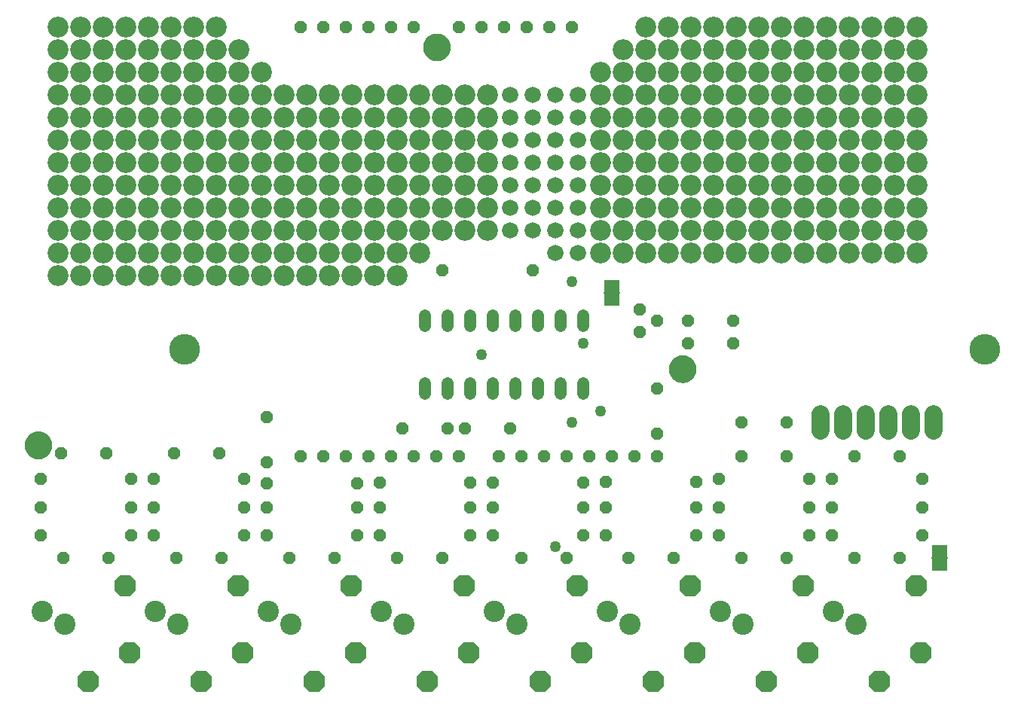
<source format=gts>
G75*
G70*
%OFA0B0*%
%FSLAX24Y24*%
%IPPOS*%
%LPD*%
%AMOC8*
5,1,8,0,0,1.08239X$1,22.5*
%
%ADD10OC8,0.0945*%
%ADD11C,0.0945*%
%ADD12OC8,0.0540*%
%ADD13C,0.0540*%
%ADD14C,0.0800*%
%ADD15OC8,0.0560*%
%ADD16R,0.0690X0.0520*%
%ADD17R,0.0720X0.0060*%
%ADD18C,0.0651*%
%ADD19C,0.0500*%
%ADD20C,0.1360*%
%ADD21C,0.0496*%
%ADD22C,0.0920*%
%ADD23C,0.0720*%
D10*
X005031Y002368D03*
X006881Y003648D03*
X010031Y002368D03*
X011881Y003648D03*
X015031Y002368D03*
X016881Y003648D03*
X020031Y002368D03*
X021881Y003648D03*
X025031Y002368D03*
X026881Y003648D03*
X030031Y002368D03*
X031881Y003648D03*
X035031Y002368D03*
X036881Y003648D03*
X040031Y002368D03*
X041881Y003648D03*
X041671Y006598D03*
X036671Y006598D03*
X031671Y006598D03*
X026671Y006598D03*
X021671Y006598D03*
X016671Y006598D03*
X011671Y006598D03*
X006671Y006598D03*
D11*
X008021Y005458D03*
X009011Y004908D03*
X013021Y005458D03*
X014011Y004908D03*
X018021Y005458D03*
X019011Y004908D03*
X023021Y005458D03*
X024011Y004908D03*
X028021Y005458D03*
X029011Y004908D03*
X033021Y005458D03*
X034011Y004908D03*
X038021Y005458D03*
X039011Y004908D03*
X004011Y004908D03*
X003021Y005458D03*
D12*
X003951Y007838D03*
X002951Y008838D03*
X002951Y010088D03*
X002951Y011338D03*
X003826Y012463D03*
X005826Y012463D03*
X006951Y011338D03*
X007951Y011338D03*
X007951Y010088D03*
X006951Y010088D03*
X006951Y008838D03*
X007951Y008838D03*
X008951Y007838D03*
X010951Y007838D03*
X011951Y008838D03*
X012951Y008838D03*
X013939Y007838D03*
X015939Y007838D03*
X016951Y008838D03*
X017951Y008838D03*
X018701Y007838D03*
X020701Y007838D03*
X021951Y008838D03*
X022951Y008838D03*
X024201Y007838D03*
X026201Y007838D03*
X026951Y008838D03*
X027951Y008838D03*
X028951Y007838D03*
X030951Y007838D03*
X031951Y008838D03*
X032951Y008838D03*
X033951Y007838D03*
X035951Y007838D03*
X036951Y008838D03*
X037951Y008838D03*
X038951Y007838D03*
X040951Y007838D03*
X041951Y008838D03*
X041951Y010088D03*
X041951Y011338D03*
X040951Y012338D03*
X038951Y012338D03*
X037951Y011338D03*
X036951Y011338D03*
X036951Y010088D03*
X037951Y010088D03*
X035951Y012338D03*
X033951Y012338D03*
X032951Y011338D03*
X031951Y011213D03*
X031951Y010088D03*
X032951Y010088D03*
X030201Y013338D03*
X030201Y015338D03*
X031576Y017338D03*
X031576Y018338D03*
X030201Y018338D03*
X029451Y017838D03*
X029451Y018838D03*
X033576Y018338D03*
X033576Y017338D03*
X033951Y013838D03*
X035951Y013838D03*
X027951Y011213D03*
X026951Y011188D03*
X026951Y010088D03*
X027951Y010088D03*
X022951Y010088D03*
X021951Y010088D03*
X021951Y011188D03*
X022951Y011188D03*
X023701Y013588D03*
X021701Y013588D03*
X020951Y013588D03*
X018951Y013588D03*
X017951Y011188D03*
X016951Y011151D03*
X016951Y010088D03*
X017951Y010088D03*
X012951Y010088D03*
X011951Y010088D03*
X011951Y011338D03*
X012951Y011151D03*
X012951Y012088D03*
X010826Y012463D03*
X008826Y012463D03*
X012951Y014088D03*
X005951Y007838D03*
X020701Y020588D03*
X024701Y020588D03*
D13*
X024951Y018578D02*
X024951Y018098D01*
X023951Y018098D02*
X023951Y018578D01*
X022951Y018578D02*
X022951Y018098D01*
X021951Y018098D02*
X021951Y018578D01*
X020951Y018578D02*
X020951Y018098D01*
X019951Y018098D02*
X019951Y018578D01*
X019951Y015578D02*
X019951Y015098D01*
X020951Y015098D02*
X020951Y015578D01*
X021951Y015578D02*
X021951Y015098D01*
X022951Y015098D02*
X022951Y015578D01*
X023951Y015578D02*
X023951Y015098D01*
X024951Y015098D02*
X024951Y015578D01*
X025951Y015578D02*
X025951Y015098D01*
X026951Y015098D02*
X026951Y015578D01*
X026951Y018098D02*
X026951Y018578D01*
X025951Y018578D02*
X025951Y018098D01*
D14*
X037451Y014208D02*
X037451Y013468D01*
X038451Y013468D02*
X038451Y014208D01*
X039451Y014208D02*
X039451Y013468D01*
X040451Y013468D02*
X040451Y014208D01*
X041451Y014208D02*
X041451Y013468D01*
X042451Y013468D02*
X042451Y014208D01*
D15*
X030201Y012338D03*
X029201Y012338D03*
X028201Y012338D03*
X027201Y012338D03*
X026201Y012338D03*
X025201Y012338D03*
X024201Y012338D03*
X023201Y012338D03*
X021451Y012338D03*
X020451Y012338D03*
X019451Y012338D03*
X018451Y012338D03*
X017451Y012338D03*
X016451Y012338D03*
X015451Y012338D03*
X014451Y012338D03*
X014451Y031338D03*
X015451Y031338D03*
X016451Y031338D03*
X017451Y031338D03*
X018451Y031338D03*
X019451Y031338D03*
X021451Y031338D03*
X022451Y031338D03*
X023451Y031338D03*
X024451Y031338D03*
X025451Y031338D03*
X026451Y031338D03*
D16*
X028201Y019888D03*
X028201Y019288D03*
X042701Y008138D03*
X042701Y007538D03*
D17*
X042701Y007838D03*
X028201Y019588D03*
D18*
X031326Y016213D03*
X020451Y030463D03*
X002826Y012838D03*
D19*
X002470Y012838D02*
X002472Y012875D01*
X002478Y012912D01*
X002487Y012948D01*
X002501Y012983D01*
X002518Y013016D01*
X002538Y013047D01*
X002561Y013076D01*
X002588Y013103D01*
X002617Y013126D01*
X002648Y013146D01*
X002681Y013163D01*
X002716Y013177D01*
X002752Y013186D01*
X002789Y013192D01*
X002826Y013194D01*
X002863Y013192D01*
X002900Y013186D01*
X002936Y013177D01*
X002971Y013163D01*
X003004Y013146D01*
X003035Y013126D01*
X003064Y013103D01*
X003091Y013076D01*
X003114Y013047D01*
X003134Y013016D01*
X003151Y012983D01*
X003165Y012948D01*
X003174Y012912D01*
X003180Y012875D01*
X003182Y012838D01*
X003180Y012801D01*
X003174Y012764D01*
X003165Y012728D01*
X003151Y012693D01*
X003134Y012660D01*
X003114Y012629D01*
X003091Y012600D01*
X003064Y012573D01*
X003035Y012550D01*
X003004Y012530D01*
X002971Y012513D01*
X002936Y012499D01*
X002900Y012490D01*
X002863Y012484D01*
X002826Y012482D01*
X002789Y012484D01*
X002752Y012490D01*
X002716Y012499D01*
X002681Y012513D01*
X002648Y012530D01*
X002617Y012550D01*
X002588Y012573D01*
X002561Y012600D01*
X002538Y012629D01*
X002518Y012660D01*
X002501Y012693D01*
X002487Y012728D01*
X002478Y012764D01*
X002472Y012801D01*
X002470Y012838D01*
X020095Y030463D02*
X020097Y030500D01*
X020103Y030537D01*
X020112Y030573D01*
X020126Y030608D01*
X020143Y030641D01*
X020163Y030672D01*
X020186Y030701D01*
X020213Y030728D01*
X020242Y030751D01*
X020273Y030771D01*
X020306Y030788D01*
X020341Y030802D01*
X020377Y030811D01*
X020414Y030817D01*
X020451Y030819D01*
X020488Y030817D01*
X020525Y030811D01*
X020561Y030802D01*
X020596Y030788D01*
X020629Y030771D01*
X020660Y030751D01*
X020689Y030728D01*
X020716Y030701D01*
X020739Y030672D01*
X020759Y030641D01*
X020776Y030608D01*
X020790Y030573D01*
X020799Y030537D01*
X020805Y030500D01*
X020807Y030463D01*
X020805Y030426D01*
X020799Y030389D01*
X020790Y030353D01*
X020776Y030318D01*
X020759Y030285D01*
X020739Y030254D01*
X020716Y030225D01*
X020689Y030198D01*
X020660Y030175D01*
X020629Y030155D01*
X020596Y030138D01*
X020561Y030124D01*
X020525Y030115D01*
X020488Y030109D01*
X020451Y030107D01*
X020414Y030109D01*
X020377Y030115D01*
X020341Y030124D01*
X020306Y030138D01*
X020273Y030155D01*
X020242Y030175D01*
X020213Y030198D01*
X020186Y030225D01*
X020163Y030254D01*
X020143Y030285D01*
X020126Y030318D01*
X020112Y030353D01*
X020103Y030389D01*
X020097Y030426D01*
X020095Y030463D01*
X030970Y016213D02*
X030972Y016250D01*
X030978Y016287D01*
X030987Y016323D01*
X031001Y016358D01*
X031018Y016391D01*
X031038Y016422D01*
X031061Y016451D01*
X031088Y016478D01*
X031117Y016501D01*
X031148Y016521D01*
X031181Y016538D01*
X031216Y016552D01*
X031252Y016561D01*
X031289Y016567D01*
X031326Y016569D01*
X031363Y016567D01*
X031400Y016561D01*
X031436Y016552D01*
X031471Y016538D01*
X031504Y016521D01*
X031535Y016501D01*
X031564Y016478D01*
X031591Y016451D01*
X031614Y016422D01*
X031634Y016391D01*
X031651Y016358D01*
X031665Y016323D01*
X031674Y016287D01*
X031680Y016250D01*
X031682Y016213D01*
X031680Y016176D01*
X031674Y016139D01*
X031665Y016103D01*
X031651Y016068D01*
X031634Y016035D01*
X031614Y016004D01*
X031591Y015975D01*
X031564Y015948D01*
X031535Y015925D01*
X031504Y015905D01*
X031471Y015888D01*
X031436Y015874D01*
X031400Y015865D01*
X031363Y015859D01*
X031326Y015857D01*
X031289Y015859D01*
X031252Y015865D01*
X031216Y015874D01*
X031181Y015888D01*
X031148Y015905D01*
X031117Y015925D01*
X031088Y015948D01*
X031061Y015975D01*
X031038Y016004D01*
X031018Y016035D01*
X031001Y016068D01*
X030987Y016103D01*
X030978Y016139D01*
X030972Y016176D01*
X030970Y016213D01*
D20*
X044701Y017088D03*
X009301Y017088D03*
D21*
X022451Y016838D03*
X026951Y017338D03*
X026451Y020088D03*
X027701Y014338D03*
X026451Y013838D03*
X025701Y008338D03*
D22*
X018701Y020338D03*
X017701Y020338D03*
X016701Y020338D03*
X015701Y020338D03*
X014701Y020338D03*
X013701Y020338D03*
X012701Y020338D03*
X011701Y020338D03*
X010701Y020338D03*
X009701Y020338D03*
X008701Y020338D03*
X007701Y020338D03*
X006701Y020338D03*
X005701Y020338D03*
X004701Y020338D03*
X003701Y020338D03*
X003701Y021338D03*
X004701Y021338D03*
X005701Y021338D03*
X006701Y021338D03*
X007701Y021338D03*
X008701Y021338D03*
X009701Y021338D03*
X010701Y021338D03*
X011701Y021338D03*
X012701Y021338D03*
X013701Y021338D03*
X014701Y021338D03*
X015701Y021338D03*
X016701Y021338D03*
X017701Y021338D03*
X018701Y021338D03*
X019701Y021338D03*
X019701Y022338D03*
X018701Y022338D03*
X017701Y022338D03*
X016701Y022338D03*
X015701Y022338D03*
X014701Y022338D03*
X013701Y022338D03*
X012701Y022338D03*
X011701Y022338D03*
X010701Y022338D03*
X009701Y022338D03*
X008701Y022338D03*
X007701Y022338D03*
X006701Y022338D03*
X005701Y022338D03*
X004701Y022338D03*
X003701Y022338D03*
X003701Y023338D03*
X004701Y023338D03*
X005701Y023338D03*
X006701Y023338D03*
X007701Y023338D03*
X008701Y023338D03*
X009701Y023338D03*
X010701Y023338D03*
X011701Y023338D03*
X012701Y023338D03*
X013701Y023338D03*
X014701Y023338D03*
X015701Y023338D03*
X016701Y023338D03*
X017701Y023338D03*
X018701Y023338D03*
X019701Y023338D03*
X020701Y023338D03*
X021701Y023338D03*
X022701Y023338D03*
X022701Y022338D03*
X021701Y022338D03*
X020701Y022338D03*
X020701Y024338D03*
X019701Y024338D03*
X018701Y024338D03*
X017701Y024338D03*
X016701Y024338D03*
X015701Y024338D03*
X014701Y024338D03*
X013701Y024338D03*
X012701Y024338D03*
X011701Y024338D03*
X010701Y024338D03*
X009701Y024338D03*
X008701Y024338D03*
X007701Y024338D03*
X006701Y024338D03*
X005701Y024338D03*
X004701Y024338D03*
X003701Y024338D03*
X003701Y025338D03*
X004701Y025338D03*
X005701Y025338D03*
X006701Y025338D03*
X007701Y025338D03*
X008701Y025338D03*
X009701Y025338D03*
X010701Y025338D03*
X011701Y025338D03*
X012701Y025338D03*
X013701Y025338D03*
X014701Y025338D03*
X015701Y025338D03*
X016701Y025338D03*
X017701Y025338D03*
X018701Y025338D03*
X019701Y025338D03*
X020701Y025338D03*
X021701Y025338D03*
X022701Y025338D03*
X022701Y024338D03*
X021701Y024338D03*
X021701Y026338D03*
X020701Y026338D03*
X019701Y026338D03*
X018701Y026338D03*
X017701Y026338D03*
X016701Y026338D03*
X015701Y026338D03*
X014701Y026338D03*
X013701Y026338D03*
X012701Y026338D03*
X011701Y026338D03*
X010701Y026338D03*
X009701Y026338D03*
X008701Y026338D03*
X007701Y026338D03*
X006701Y026338D03*
X005701Y026338D03*
X004701Y026338D03*
X003701Y026338D03*
X003701Y027338D03*
X004701Y027338D03*
X005701Y027338D03*
X006701Y027338D03*
X007701Y027338D03*
X008701Y027338D03*
X009701Y027338D03*
X010701Y027338D03*
X011701Y027338D03*
X012701Y027338D03*
X013701Y027338D03*
X014701Y027338D03*
X015701Y027338D03*
X016701Y027338D03*
X017701Y027338D03*
X018701Y027338D03*
X019701Y027338D03*
X020701Y027338D03*
X021701Y027338D03*
X022701Y027338D03*
X022701Y026338D03*
X022701Y028338D03*
X021701Y028338D03*
X020701Y028338D03*
X019701Y028338D03*
X018701Y028338D03*
X017701Y028338D03*
X016701Y028338D03*
X015701Y028338D03*
X014701Y028338D03*
X013701Y028338D03*
X012701Y028338D03*
X011701Y028338D03*
X010701Y028338D03*
X009701Y028338D03*
X008701Y028338D03*
X007701Y028338D03*
X006701Y028338D03*
X005701Y028338D03*
X004701Y028338D03*
X003701Y028338D03*
X003701Y029338D03*
X004701Y029338D03*
X005701Y029338D03*
X006701Y029338D03*
X007701Y029338D03*
X008701Y029338D03*
X009701Y029338D03*
X010701Y029338D03*
X011701Y029338D03*
X012701Y029338D03*
X011701Y030338D03*
X010701Y030338D03*
X009701Y030338D03*
X008701Y030338D03*
X007701Y030338D03*
X006701Y030338D03*
X005701Y030338D03*
X004701Y030338D03*
X003701Y030338D03*
X003701Y031338D03*
X004701Y031338D03*
X005701Y031338D03*
X006701Y031338D03*
X007701Y031338D03*
X008701Y031338D03*
X009701Y031338D03*
X010701Y031338D03*
X027701Y029338D03*
X028701Y029338D03*
X029701Y029338D03*
X030701Y029338D03*
X031701Y029338D03*
X031701Y028338D03*
X030701Y028338D03*
X029701Y028338D03*
X028701Y028338D03*
X027701Y028338D03*
X027701Y027338D03*
X028701Y027338D03*
X029701Y027338D03*
X030701Y027338D03*
X031701Y027338D03*
X031701Y026338D03*
X030701Y026338D03*
X029701Y026338D03*
X028701Y026338D03*
X027701Y026338D03*
X027701Y025338D03*
X028701Y025338D03*
X029701Y025338D03*
X030701Y025338D03*
X031701Y025338D03*
X031701Y024338D03*
X030701Y024338D03*
X029701Y024338D03*
X028701Y024338D03*
X027701Y024338D03*
X027701Y023338D03*
X028701Y023338D03*
X029701Y023338D03*
X030701Y023338D03*
X031701Y023338D03*
X031701Y022338D03*
X030701Y022338D03*
X029701Y022338D03*
X028701Y022338D03*
X027701Y022338D03*
X027701Y021338D03*
X028701Y021338D03*
X029701Y021338D03*
X030701Y021338D03*
X031701Y021338D03*
X032701Y021338D03*
X033701Y021338D03*
X034701Y021338D03*
X035701Y021338D03*
X036701Y021338D03*
X037701Y021338D03*
X038701Y021338D03*
X039701Y021338D03*
X040701Y021338D03*
X041701Y021338D03*
X041701Y022338D03*
X040701Y022338D03*
X039701Y022338D03*
X038701Y022338D03*
X037701Y022338D03*
X036701Y022338D03*
X035701Y022338D03*
X034701Y022338D03*
X033701Y022338D03*
X032701Y022338D03*
X032701Y023338D03*
X033701Y023338D03*
X034701Y023338D03*
X035701Y023338D03*
X036701Y023338D03*
X037701Y023338D03*
X038701Y023338D03*
X039701Y023338D03*
X040701Y023338D03*
X041701Y023338D03*
X041701Y024338D03*
X040701Y024338D03*
X039701Y024338D03*
X038701Y024338D03*
X037701Y024338D03*
X036701Y024338D03*
X035701Y024338D03*
X034701Y024338D03*
X033701Y024338D03*
X032701Y024338D03*
X032701Y025338D03*
X033701Y025338D03*
X034701Y025338D03*
X035701Y025338D03*
X036701Y025338D03*
X037701Y025338D03*
X038701Y025338D03*
X039701Y025338D03*
X040701Y025338D03*
X041701Y025338D03*
X041701Y026338D03*
X040701Y026338D03*
X039701Y026338D03*
X038701Y026338D03*
X037701Y026338D03*
X036701Y026338D03*
X035701Y026338D03*
X034701Y026338D03*
X033701Y026338D03*
X032701Y026338D03*
X032701Y027338D03*
X033701Y027338D03*
X034701Y027338D03*
X035701Y027338D03*
X036701Y027338D03*
X037701Y027338D03*
X038701Y027338D03*
X039701Y027338D03*
X040701Y027338D03*
X041701Y027338D03*
X041701Y028338D03*
X040701Y028338D03*
X039701Y028338D03*
X038701Y028338D03*
X037701Y028338D03*
X036701Y028338D03*
X035701Y028338D03*
X034701Y028338D03*
X033701Y028338D03*
X032701Y028338D03*
X032701Y029338D03*
X033701Y029338D03*
X034701Y029338D03*
X035701Y029338D03*
X036701Y029338D03*
X037701Y029338D03*
X038701Y029338D03*
X039701Y029338D03*
X040701Y029338D03*
X041701Y029338D03*
X041701Y030338D03*
X040701Y030338D03*
X039701Y030338D03*
X038701Y030338D03*
X037701Y030338D03*
X036701Y030338D03*
X035701Y030338D03*
X034701Y030338D03*
X033701Y030338D03*
X032701Y030338D03*
X031701Y030338D03*
X030701Y030338D03*
X029701Y030338D03*
X028701Y030338D03*
X029701Y031338D03*
X030701Y031338D03*
X031701Y031338D03*
X032701Y031338D03*
X033701Y031338D03*
X034701Y031338D03*
X035701Y031338D03*
X036701Y031338D03*
X037701Y031338D03*
X038701Y031338D03*
X039701Y031338D03*
X040701Y031338D03*
X041701Y031338D03*
D23*
X026701Y028338D03*
X025701Y028338D03*
X024701Y028338D03*
X023701Y028338D03*
X023701Y027338D03*
X024701Y027338D03*
X025701Y027338D03*
X026701Y027338D03*
X026701Y026338D03*
X025701Y026338D03*
X024701Y026338D03*
X023701Y026338D03*
X023701Y025338D03*
X024701Y025338D03*
X025701Y025338D03*
X026701Y025338D03*
X026701Y024338D03*
X025701Y024338D03*
X024701Y024338D03*
X023701Y024338D03*
X023701Y023338D03*
X024701Y023338D03*
X025701Y023338D03*
X026701Y023338D03*
X026701Y022338D03*
X025701Y022338D03*
X024701Y022338D03*
X023701Y022338D03*
X025701Y021338D03*
X026701Y021338D03*
M02*

</source>
